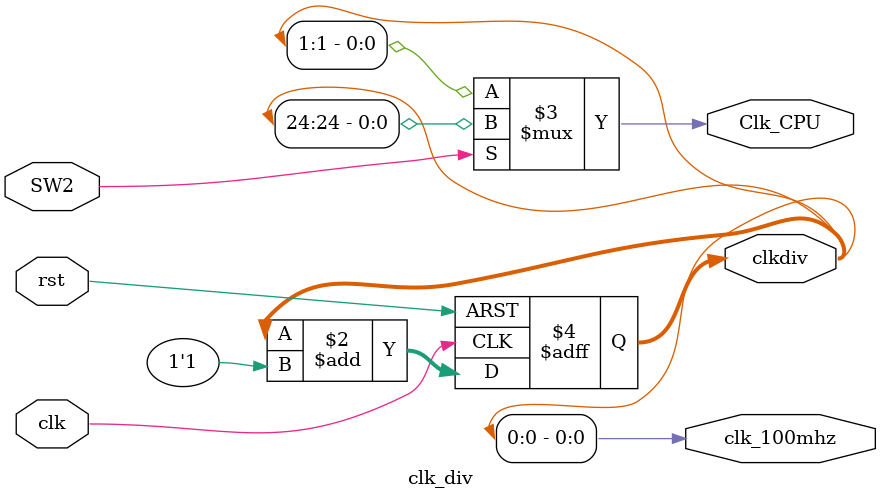
<source format=v>
module clk_div(
    input clk, rst, SW2,
    output Clk_CPU, clk_100mhz,
	output reg[31:0] clkdiv
);

always @ (posedge clk or posedge rst) begin
    if(rst) clkdiv<=0;
    else clkdiv<=clkdiv+1'b1;
end

assign clk_100mhz = clkdiv[0];
assign Clk_CPU = SW2? clkdiv[24]:clkdiv[1];

endmodule // clk_div
</source>
